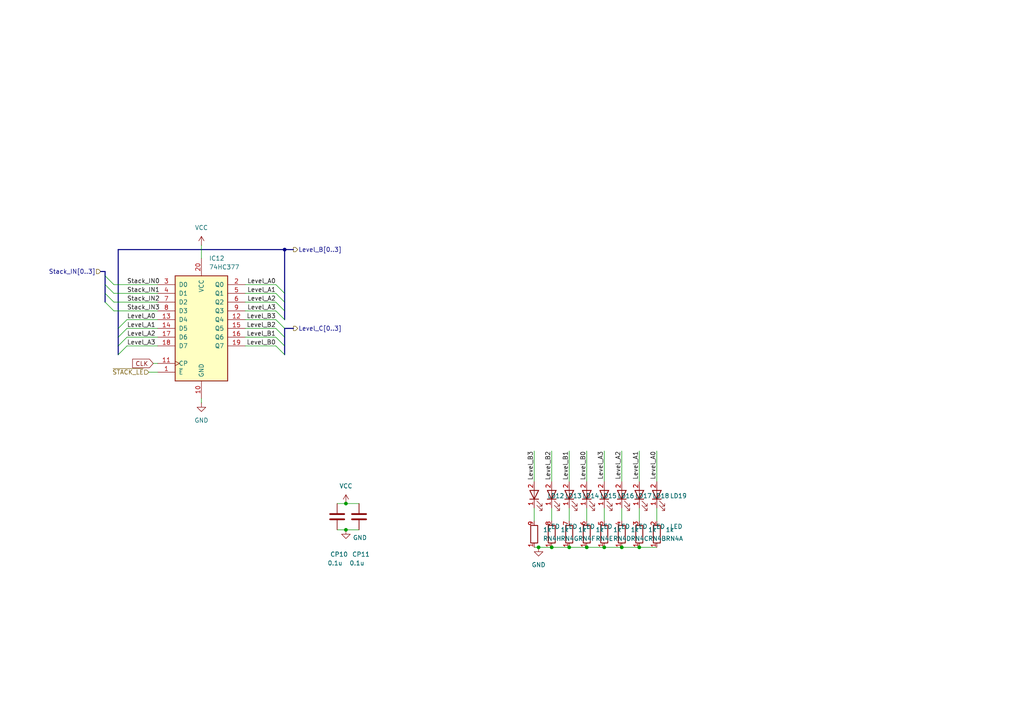
<source format=kicad_sch>
(kicad_sch (version 20250114) (generator "eeschema") (generator_version "9.0")
  (paper "A4")
  (title_block (title "HC4_CPU") (date "2025-02-23") (rev "1.2"))
  (lib_symbols
    (symbol "74xx_2:74HC377" (pin_names (offset 1.016))
      (property "Reference" "IC" (at -7.62 16.51 0))
      (property "Value" "74HC377" (at -7.62 -16.51 0))
      (symbol "74HC377_1_0"
        (pin input line (at -12.7 12.7 0) (length 5.08) (name "D0") (number "3"))
        (pin input line (at -12.7 10.16 0) (length 5.08) (name "D1") (number "4"))
        (pin input line (at -12.7 7.62 0) (length 5.08) (name "D2") (number "7"))
        (pin input line (at -12.7 5.08 0) (length 5.08) (name "D3") (number "8"))
        (pin input line (at -12.7 2.54 0) (length 5.08) (name "D4") (number "13"))
        (pin input line (at -12.7 0 0) (length 5.08) (name "D5") (number "14"))
        (pin input line (at -12.7 -2.54 0) (length 5.08) (name "D6") (number "17"))
        (pin input line (at -12.7 -5.08 0) (length 5.08) (name "D7") (number "18"))
        (pin input clock (at -12.7 -10.16 0) (length 5.08) (name "CP") (number "11"))
        (pin input line (at -12.7 -12.7 0) (length 5.08) (name "~{E}") (number "1"))
        (pin power_in line (at 0 20.32 270) (length 5.08) (name "VCC") (number "20"))
        (pin power_in line (at 0 -20.32 90) (length 5.08) (name "GND") (number "10"))
        (pin output line (at 12.7 12.7 180) (length 5.08) (name "Q0") (number "2"))
        (pin output line (at 12.7 10.16 180) (length 5.08) (name "Q1") (number "5"))
        (pin output line (at 12.7 7.62 180) (length 5.08) (name "Q2") (number "6"))
        (pin output line (at 12.7 5.08 180) (length 5.08) (name "Q3") (number "9"))
        (pin output line (at 12.7 2.54 180) (length 5.08) (name "Q4") (number "12"))
        (pin output line (at 12.7 0 180) (length 5.08) (name "Q5") (number "15"))
        (pin output line (at 12.7 -2.54 180) (length 5.08) (name "Q6") (number "16"))
        (pin output line (at 12.7 -5.08 180) (length 5.08) (name "Q7") (number "19"))
      )
      (symbol "74HC377_1_1"
        (rectangle (start -7.62 15.24) (end 7.62 -15.24) (stroke (width 0.254)) (fill (type background)))
      )
    )
    (symbol "Device2:C_Bypass" (pin_numbers (hide yes)) (pin_names (offset 0.254))
      (property "Reference" "CP" (at 0.635 2.54 0))
      (property "Value" "C_Byp" (at 0.635 -2.54 0))
      (symbol "C_Bypass_0_1"
        (polyline (pts (xy -2.032 0.762) (xy 2.032 0.762)) (stroke (width 0.508)))
        (polyline (pts (xy -2.032 -0.762) (xy 2.032 -0.762)) (stroke (width 0.508)))
      )
      (symbol "C_Bypass_1_1"
        (pin passive line (at 0 3.81 270) (length 2.794) (name "~") (number "1"))
        (pin passive line (at 0 -3.81 90) (length 2.794) (name "~") (number "2"))
      )
    )
    (symbol "Device2:LED_"
      (property "Reference" "LD" (at 0 2.54 0))
      (symbol "LED__0_1"
        (polyline (pts (xy -3.048 -0.762) (xy -4.572 -2.286) (xy -3.81 -2.286) (xy -4.572 -2.286) (xy -4.572 -1.524)))
        (polyline (pts (xy -1.778 -0.762) (xy -3.302 -2.286) (xy -2.54 -2.286) (xy -3.302 -2.286) (xy -3.302 -1.524)))
        (polyline (pts (xy -1.27 0) (xy 1.27 0)))
        (polyline (pts (xy -1.27 -1.27) (xy -1.27 1.27)) (stroke (width 0.254)))
        (polyline (pts (xy 1.27 -1.27) (xy 1.27 1.27) (xy -1.27 0) (xy 1.27 -1.27)) (stroke (width 0.254)))
      )
      (symbol "LED__1_1"
        (pin passive line (at -3.81 0 0) (length 2.54) (name "K") (number "1"))
        (pin passive line (at 3.81 0 180) (length 2.54) (name "") (number "2"))
      )
    )
    (symbol "Device:R_Network08_Split" (pin_names (offset 0) (hide yes))
      (property "Reference" "RN" (at 2.032 0 90))
      (property "Value" "R_Network08_Split" (at 0 0 90))
      (symbol "R_Network08_Split_0_1"
        (rectangle (start 1.016 2.54) (end -1.016 -2.54) (stroke (width 0.254)))
        (pin passive line (at 0 3.81 270) (length 1.27) (name "R1") (number "1"))
      )
      (symbol "R_Network08_Split_1_1"
        (pin passive line (at 0 -3.81 90) (length 1.27) (name "R1.2") (number "2"))
      )
      (symbol "R_Network08_Split_2_1"
        (pin passive line (at 0 -3.81 90) (length 1.27) (name "R2.2") (number "3"))
      )
      (symbol "R_Network08_Split_3_1"
        (pin passive line (at 0 -3.81 90) (length 1.27) (name "R3.2") (number "4"))
      )
      (symbol "R_Network08_Split_4_1"
        (pin passive line (at 0 -3.81 90) (length 1.27) (name "R4.2") (number "5"))
      )
      (symbol "R_Network08_Split_5_1"
        (pin passive line (at 0 -3.81 90) (length 1.27) (name "R5.2") (number "6"))
      )
      (symbol "R_Network08_Split_6_1"
        (pin passive line (at 0 -3.81 90) (length 1.27) (name "R6.2") (number "7"))
      )
      (symbol "R_Network08_Split_7_1"
        (pin passive line (at 0 -3.81 90) (length 1.27) (name "R7.2") (number "8"))
      )
      (symbol "R_Network08_Split_8_1"
        (pin passive line (at 0 -3.81 90) (length 1.27) (name "R8.2") (number "9"))
      )
    )
    (symbol "power:GND" (power) (pin_numbers (hide yes)) (pin_names (offset 0) (hide yes))
      (property "Value" "GND" (at 0 -3.81 0))
      (symbol "GND_0_1"
        (polyline (pts (xy 0 0) (xy 0 -1.27) (xy 1.27 -1.27) (xy 0 -2.54) (xy -1.27 -1.27) (xy 0 -1.27)))
      )
      (symbol "GND_1_1"
        (pin power_in line (at 0 0 270) (length 0) (name "~") (number "1"))
      )
    )
    (symbol "power:VCC" (power) (pin_numbers (hide yes)) (pin_names (offset 0) (hide yes))
      (property "Value" "VCC" (at 0 3.556 0))
      (symbol "VCC_0_1"
        (polyline (pts (xy -0.762 1.27) (xy 0 2.54)))
        (polyline (pts (xy 0 2.54) (xy 0.762 1.27)))
        (polyline (pts (xy 0 0) (xy 0 2.54)))
      )
      (symbol "VCC_1_1"
        (pin power_in line (at 0 0 90) (length 0) (name "~") (number "1"))
      )
    )
  )
  (junction (at 165.1 158.75))
  (junction (at 170.18 158.75))
  (junction (at 100.33 153.67))
  (junction (at 100.33 146.05))
  (junction (at 185.42 158.75))
  (junction (at 82.55 72.39))
  (junction (at 156.21 158.75))
  (junction (at 160.02 158.75))
  (junction (at 175.26 158.75))
  (junction (at 180.34 158.75))
  (bus_entry (at 80.01 87.63) (size 2.54 2.54))
  (bus_entry (at 30.48 80.01) (size 2.54 2.54))
  (bus_entry (at 36.83 97.79) (size -2.54 2.54))
  (bus_entry (at 80.01 90.17) (size 2.54 2.54))
  (bus_entry (at 36.83 100.33) (size -2.54 2.54))
  (bus_entry (at 80.01 100.33) (size 2.54 2.54))
  (bus_entry (at 36.83 92.71) (size -2.54 2.54))
  (bus_entry (at 80.01 92.71) (size 2.54 2.54))
  (bus_entry (at 80.01 97.79) (size 2.54 2.54))
  (bus_entry (at 30.48 85.09) (size 2.54 2.54))
  (bus_entry (at 30.48 82.55) (size 2.54 2.54))
  (bus_entry (at 80.01 95.25) (size 2.54 2.54))
  (bus_entry (at 80.01 82.55) (size 2.54 2.54))
  (bus_entry (at 30.48 87.63) (size 2.54 2.54))
  (bus_entry (at 80.01 85.09) (size 2.54 2.54))
  (bus_entry (at 36.83 95.25) (size -2.54 2.54))
  (wire (pts (xy 170.18 139.7) (xy 170.18 130.81)))
  (wire (pts (xy 45.72 95.25) (xy 36.83 95.25)))
  (bus (pts (xy 82.55 72.39) (xy 85.09 72.39)))
  (wire (pts (xy 160.02 139.7) (xy 160.02 130.81)))
  (wire (pts (xy 165.1 158.75) (xy 170.18 158.75)))
  (wire (pts (xy 44.45 105.41) (xy 45.72 105.41)))
  (bus (pts (xy 82.55 100.33) (xy 82.55 97.79)))
  (wire (pts (xy 45.72 92.71) (xy 36.83 92.71)))
  (wire (pts (xy 45.72 97.79) (xy 36.83 97.79)))
  (wire (pts (xy 180.34 158.75) (xy 185.42 158.75)))
  (wire (pts (xy 80.01 92.71) (xy 71.12 92.71)))
  (wire (pts (xy 185.42 147.32) (xy 185.42 151.13)))
  (wire (pts (xy 33.02 90.17) (xy 45.72 90.17)))
  (wire (pts (xy 58.42 71.12) (xy 58.42 74.93)))
  (wire (pts (xy 185.42 158.75) (xy 190.5 158.75)))
  (wire (pts (xy 154.94 158.75) (xy 156.21 158.75)))
  (wire (pts (xy 175.26 158.75) (xy 180.34 158.75)))
  (wire (pts (xy 175.26 147.32) (xy 175.26 151.13)))
  (wire (pts (xy 180.34 139.7) (xy 180.34 130.81)))
  (wire (pts (xy 80.01 97.79) (xy 71.12 97.79)))
  (bus (pts (xy 82.55 90.17) (xy 82.55 92.71)))
  (bus (pts (xy 30.48 80.01) (xy 30.48 82.55)))
  (wire (pts (xy 170.18 158.75) (xy 175.26 158.75)))
  (wire (pts (xy 160.02 147.32) (xy 160.02 151.13)))
  (wire (pts (xy 190.5 147.32) (xy 190.5 151.13)))
  (wire (pts (xy 100.33 153.67) (xy 104.14 153.67)))
  (wire (pts (xy 33.02 82.55) (xy 45.72 82.55)))
  (wire (pts (xy 100.33 146.05) (xy 104.14 146.05)))
  (bus (pts (xy 30.48 80.01) (xy 30.48 78.74)))
  (wire (pts (xy 154.94 147.32) (xy 154.94 151.13)))
  (bus (pts (xy 34.29 100.33) (xy 34.29 102.87)))
  (wire (pts (xy 43.18 107.95) (xy 45.72 107.95)))
  (wire (pts (xy 71.12 82.55) (xy 80.01 82.55)))
  (wire (pts (xy 154.94 139.7) (xy 154.94 130.81)))
  (bus (pts (xy 30.48 78.74) (xy 29.21 78.74)))
  (bus (pts (xy 82.55 85.09) (xy 82.55 87.63)))
  (wire (pts (xy 80.01 100.33) (xy 71.12 100.33)))
  (wire (pts (xy 71.12 90.17) (xy 80.01 90.17)))
  (wire (pts (xy 185.42 139.7) (xy 185.42 130.81)))
  (wire (pts (xy 80.01 95.25) (xy 71.12 95.25)))
  (wire (pts (xy 97.79 146.05) (xy 100.33 146.05)))
  (bus (pts (xy 30.48 82.55) (xy 30.48 85.09)))
  (bus (pts (xy 82.55 102.87) (xy 82.55 100.33)))
  (wire (pts (xy 175.26 139.7) (xy 175.26 130.81)))
  (bus (pts (xy 30.48 85.09) (xy 30.48 87.63)))
  (bus (pts (xy 34.29 95.25) (xy 34.29 97.79)))
  (wire (pts (xy 190.5 139.7) (xy 190.5 130.81)))
  (wire (pts (xy 165.1 147.32) (xy 165.1 151.13)))
  (wire (pts (xy 180.34 147.32) (xy 180.34 151.13)))
  (wire (pts (xy 45.72 100.33) (xy 36.83 100.33)))
  (wire (pts (xy 160.02 158.75) (xy 165.1 158.75)))
  (wire (pts (xy 97.79 153.67) (xy 100.33 153.67)))
  (bus (pts (xy 82.55 87.63) (xy 82.55 90.17)))
  (bus (pts (xy 34.29 97.79) (xy 34.29 100.33)))
  (wire (pts (xy 33.02 87.63) (xy 45.72 87.63)))
  (wire (pts (xy 156.21 158.75) (xy 160.02 158.75)))
  (wire (pts (xy 71.12 87.63) (xy 80.01 87.63)))
  (bus (pts (xy 34.29 72.39) (xy 82.55 72.39)))
  (bus (pts (xy 82.55 97.79) (xy 82.55 95.25)))
  (bus (pts (xy 34.29 95.25) (xy 34.29 72.39)))
  (wire (pts (xy 33.02 85.09) (xy 45.72 85.09)))
  (wire (pts (xy 165.1 139.7) (xy 165.1 130.81)))
  (bus (pts (xy 82.55 95.25) (xy 85.09 95.25)))
  (wire (pts (xy 170.18 147.32) (xy 170.18 151.13)))
  (bus (pts (xy 82.55 72.39) (xy 82.55 85.09)))
  (wire (pts (xy 71.12 85.09) (xy 80.01 85.09)))
  (wire (pts (xy 58.42 115.57) (xy 58.42 116.84)))
  (label "Level_A0" (at 80.01 82.55 180))
  (label "Level_A2" (at 36.83 97.79 0))
  (label "Level_B3" (at 80.01 92.71 180))
  (label "Stack_IN0" (at 36.83 82.55 0))
  (label "Level_A0" (at 190.5 130.81 270))
  (label "Level_B2" (at 160.02 130.81 270))
  (label "Level_A3" (at 36.83 100.33 0))
  (label "Level_B3" (at 154.94 130.81 270))
  (label "Stack_IN1" (at 36.83 85.09 0))
  (label "Level_A1" (at 36.83 95.25 0))
  (label "Level_A2" (at 180.34 130.81 270))
  (label "Stack_IN3" (at 36.83 90.17 0))
  (label "Level_B2" (at 80.01 95.25 180))
  (label "Level_A3" (at 80.01 90.17 180))
  (label "Level_A3" (at 175.26 130.81 270))
  (label "Level_A1" (at 185.42 130.81 270))
  (label "Level_B0" (at 170.18 130.81 270))
  (label "Level_A2" (at 80.01 87.63 180))
  (label "Level_B1" (at 80.01 97.79 180))
  (label "Stack_IN2" (at 36.83 87.63 0))
  (label "Level_A1" (at 80.01 85.09 180))
  (label "Level_B0" (at 80.01 100.33 180))
  (label "Level_A0" (at 36.83 92.71 0))
  (label "Level_B1" (at 165.1 130.81 270))
  (global_label "CLK" (shape input) (at 44.45 105.41 180) (property "Intersheetrefs" "${INTERSHEET_REFS}" (effects (hide yes))))
  (hierarchical_label "Level_C[0..3]" (shape output) (at 85.09 95.25 0))
  (hierarchical_label "Level_B[0..3]" (shape output) (at 85.09 72.39 0))
  (hierarchical_label "Stack_IN[0..3]" (shape input) (at 29.21 78.74 180))
  (hierarchical_label "~{STACK_LE}" (shape input) (at 43.18 107.95 180))
  (symbol (lib_id "Device:R_Network08_Split") (at 190.5 154.94 0) (mirror x) (unit 1)
    (property "Reference" "RN4" (at 193.04 156.2101 0) (effects (justify left)))
    (property "Value" "1k" (at 193.04 153.6701 0) (effects (justify left)))
    (property "Footprint" "Resistor_THT:R_Array_SIP9" (effects (hide yes)))
    (property "Datasheet" "http://www.vishay.com/docs/31509/csc.pdf" (effects (hide yes)))
    (property "Description" "8 resistor network, star topology, bussed resistors, split" (effects (hide yes)))
  )
  (symbol (lib_id "Device:R_Network08_Split") (at 185.42 154.94 0) (mirror x) (unit 2)
    (property "Reference" "RN4" (at 187.96 156.2101 0) (effects (justify left)))
    (property "Value" "1k" (at 187.96 153.6701 0) (effects (justify left)))
    (property "Footprint" "Resistor_THT:R_Array_SIP9" (effects (hide yes)))
    (property "Datasheet" "http://www.vishay.com/docs/31509/csc.pdf" (effects (hide yes)))
    (property "Description" "8 resistor network, star topology, bussed resistors, split" (effects (hide yes)))
  )
  (symbol (lib_id "Device:R_Network08_Split") (at 154.94 154.94 0) (mirror x) (unit 8)
    (property "Reference" "RN4" (at 157.48 156.2101 0) (effects (justify left)))
    (property "Value" "1k" (at 157.48 153.6701 0) (effects (justify left)))
    (property "Footprint" "Resistor_THT:R_Array_SIP9" (effects (hide yes)))
    (property "Datasheet" "http://www.vishay.com/docs/31509/csc.pdf" (effects (hide yes)))
    (property "Description" "8 resistor network, star topology, bussed resistors, split" (effects (hide yes)))
  )
  (symbol (lib_id "power:VCC") (at 58.42 71.12 0) (mirror y) (unit 1)
    (property "Reference" "#PWR041" (effects (hide yes)))
    (property "Value" "VCC" (at 58.42 66.04 0))
    (property "Description" "Power symbol creates a global label with name \"VCC\"" (effects (hide yes)))
  )
  (symbol (lib_id "Device2:LED_") (at 180.34 143.51 90) (unit 1)
    (property "Reference" "LD17" (at 184.15 143.8274 90) (effects (justify right)))
    (property "Value" "LED" (at 184.15 152.7174 90) (effects (justify right)))
    (property "Footprint" "LED_THT:LED_Rectangular_W5.0mm_H2.0mm" (effects (hide yes)))
    (property "Description" "Light emitting diode" (effects (hide yes)))
  )
  (symbol (lib_id "Device2:LED_") (at 190.5 143.51 90) (unit 1)
    (property "Reference" "LD19" (at 194.31 143.8274 90) (effects (justify right)))
    (property "Value" "LED" (at 194.31 152.7174 90) (effects (justify right)))
    (property "Footprint" "LED_THT:LED_Rectangular_W5.0mm_H2.0mm" (effects (hide yes)))
    (property "Description" "Light emitting diode" (effects (hide yes)))
  )
  (symbol (lib_id "74xx_2:74HC377") (at 58.42 95.25 0) (unit 1)
    (property "Reference" "IC12" (at 60.6141 74.93 0) (effects (justify left)))
    (property "Value" "74HC377" (at 60.6141 77.47 0) (effects (justify left)))
    (property "Footprint" "Package_DIP:DIP-20_W7.62mm_Socket" (effects (hide yes)))
    (property "Datasheet" "http://www.ti.com/lit/gpn/sn74LS377" (effects (hide yes)))
    (property "Description" "8-bit Register" (effects (hide yes)))
  )
  (symbol (lib_id "power:VCC") (at 100.33 146.05 0) (unit 1)
    (property "Reference" "#PWR038" (effects (hide yes)))
    (property "Value" "VCC" (at 100.33 140.97 0))
    (property "Description" "Power symbol creates a global label with name \"VCC\"" (effects (hide yes)))
  )
  (symbol (lib_id "Device2:LED_") (at 170.18 143.51 90) (unit 1)
    (property "Reference" "LD15" (at 173.99 143.8274 90) (effects (justify right)))
    (property "Value" "LED" (at 173.99 152.7174 90) (effects (justify right)))
    (property "Footprint" "LED_THT:LED_Rectangular_W5.0mm_H2.0mm" (effects (hide yes)))
    (property "Description" "Light emitting diode" (effects (hide yes)))
  )
  (symbol (lib_id "power:GND") (at 100.33 153.67 0) (unit 1)
    (property "Reference" "#PWR039" (effects (hide yes)))
    (property "Value" "GND" (at 104.394 155.956 0))
    (property "Description" "Power symbol creates a global label with name \"GND\" , ground" (effects (hide yes)))
  )
  (symbol (lib_id "Device2:LED_") (at 175.26 143.51 90) (unit 1)
    (property "Reference" "LD16" (at 179.07 143.8274 90) (effects (justify right)))
    (property "Value" "LED" (at 179.07 152.7174 90) (effects (justify right)))
    (property "Footprint" "LED_THT:LED_Rectangular_W5.0mm_H2.0mm" (effects (hide yes)))
    (property "Description" "Light emitting diode" (effects (hide yes)))
  )
  (symbol (lib_id "Device2:LED_") (at 165.1 143.51 90) (unit 1)
    (property "Reference" "LD14" (at 168.91 143.8274 90) (effects (justify right)))
    (property "Value" "LED" (at 168.91 152.7174 90) (effects (justify right)))
    (property "Footprint" "LED_THT:LED_Rectangular_W5.0mm_H2.0mm" (effects (hide yes)))
    (property "Description" "Light emitting diode" (effects (hide yes)))
  )
  (symbol (lib_id "Device2:C_Bypass") (at 97.79 149.86 0) (unit 1)
    (property "Reference" "CP10" (at 95.758 160.782 0) (effects (justify left)))
    (property "Value" "0.1u" (at 94.996 163.322 0) (effects (justify left)))
    (property "Footprint" "Capacitor_THT:C_Disc_D3.0mm_W1.6mm_P2.50mm" (effects (hide yes)))
    (property "Description" "Bypass Capacitor" (effects (hide yes)))
  )
  (symbol (lib_id "power:GND") (at 156.21 158.75 0) (unit 1)
    (property "Reference" "#PWR01" (effects (hide yes)))
    (property "Value" "GND" (at 156.21 163.83 0))
    (property "Description" "Power symbol creates a global label with name \"GND\" , ground" (effects (hide yes)))
  )
  (symbol (lib_id "Device2:LED_") (at 154.94 143.51 90) (unit 1)
    (property "Reference" "LD12" (at 158.75 143.8274 90) (effects (justify right)))
    (property "Value" "LED" (at 158.75 152.7174 90) (effects (justify right)))
    (property "Footprint" "LED_THT:LED_Rectangular_W5.0mm_H2.0mm" (effects (hide yes)))
    (property "Description" "Light emitting diode" (effects (hide yes)))
  )
  (symbol (lib_id "Device2:C_Bypass") (at 104.14 149.86 0) (unit 1)
    (property "Reference" "CP11" (at 102.108 160.782 0) (effects (justify left)))
    (property "Value" "0.1u" (at 101.346 163.322 0) (effects (justify left)))
    (property "Footprint" "Capacitor_THT:C_Disc_D3.0mm_W1.6mm_P2.50mm" (effects (hide yes)))
    (property "Description" "Bypass Capacitor" (effects (hide yes)))
  )
  (symbol (lib_id "power:GND") (at 58.42 116.84 0) (unit 1)
    (property "Reference" "#PWR042" (effects (hide yes)))
    (property "Value" "GND" (at 58.42 121.92 0))
    (property "Description" "Power symbol creates a global label with name \"GND\" , ground" (effects (hide yes)))
  )
  (symbol (lib_id "Device:R_Network08_Split") (at 160.02 154.94 0) (mirror x) (unit 7)
    (property "Reference" "RN4" (at 162.56 156.2101 0) (effects (justify left)))
    (property "Value" "1k" (at 162.56 153.6701 0) (effects (justify left)))
    (property "Footprint" "Resistor_THT:R_Array_SIP9" (effects (hide yes)))
    (property "Datasheet" "http://www.vishay.com/docs/31509/csc.pdf" (effects (hide yes)))
    (property "Description" "8 resistor network, star topology, bussed resistors, split" (effects (hide yes)))
  )
  (symbol (lib_id "Device:R_Network08_Split") (at 180.34 154.94 0) (mirror x) (unit 3)
    (property "Reference" "RN4" (at 182.88 156.2101 0) (effects (justify left)))
    (property "Value" "1k" (at 182.88 153.6701 0) (effects (justify left)))
    (property "Footprint" "Resistor_THT:R_Array_SIP9" (effects (hide yes)))
    (property "Datasheet" "http://www.vishay.com/docs/31509/csc.pdf" (effects (hide yes)))
    (property "Description" "8 resistor network, star topology, bussed resistors, split" (effects (hide yes)))
  )
  (symbol (lib_id "Device:R_Network08_Split") (at 170.18 154.94 0) (mirror x) (unit 5)
    (property "Reference" "RN4" (at 172.72 156.2101 0) (effects (justify left)))
    (property "Value" "1k" (at 172.72 153.6701 0) (effects (justify left)))
    (property "Footprint" "Resistor_THT:R_Array_SIP9" (effects (hide yes)))
    (property "Datasheet" "http://www.vishay.com/docs/31509/csc.pdf" (effects (hide yes)))
    (property "Description" "8 resistor network, star topology, bussed resistors, split" (effects (hide yes)))
  )
  (symbol (lib_id "Device:R_Network08_Split") (at 175.26 154.94 0) (mirror x) (unit 4)
    (property "Reference" "RN4" (at 177.8 156.2101 0) (effects (justify left)))
    (property "Value" "1k" (at 177.8 153.6701 0) (effects (justify left)))
    (property "Footprint" "Resistor_THT:R_Array_SIP9" (effects (hide yes)))
    (property "Datasheet" "http://www.vishay.com/docs/31509/csc.pdf" (effects (hide yes)))
    (property "Description" "8 resistor network, star topology, bussed resistors, split" (effects (hide yes)))
  )
  (symbol (lib_id "Device2:LED_") (at 185.42 143.51 90) (unit 1)
    (property "Reference" "LD18" (at 189.23 143.8274 90) (effects (justify right)))
    (property "Value" "LED" (at 189.23 152.7174 90) (effects (justify right)))
    (property "Footprint" "LED_THT:LED_Rectangular_W5.0mm_H2.0mm" (effects (hide yes)))
    (property "Description" "Light emitting diode" (effects (hide yes)))
  )
  (symbol (lib_id "Device2:LED_") (at 160.02 143.51 90) (unit 1)
    (property "Reference" "LD13" (at 163.83 143.8274 90) (effects (justify right)))
    (property "Value" "LED" (at 163.83 152.7174 90) (effects (justify right)))
    (property "Footprint" "LED_THT:LED_Rectangular_W5.0mm_H2.0mm" (effects (hide yes)))
    (property "Description" "Light emitting diode" (effects (hide yes)))
  )
  (symbol (lib_id "Device:R_Network08_Split") (at 165.1 154.94 0) (mirror x) (unit 6)
    (property "Reference" "RN4" (at 167.64 156.2101 0) (effects (justify left)))
    (property "Value" "1k" (at 167.64 153.6701 0) (effects (justify left)))
    (property "Footprint" "Resistor_THT:R_Array_SIP9" (effects (hide yes)))
    (property "Datasheet" "http://www.vishay.com/docs/31509/csc.pdf" (effects (hide yes)))
    (property "Description" "8 resistor network, star topology, bussed resistors, split" (effects (hide yes)))
  )
)
</source>
